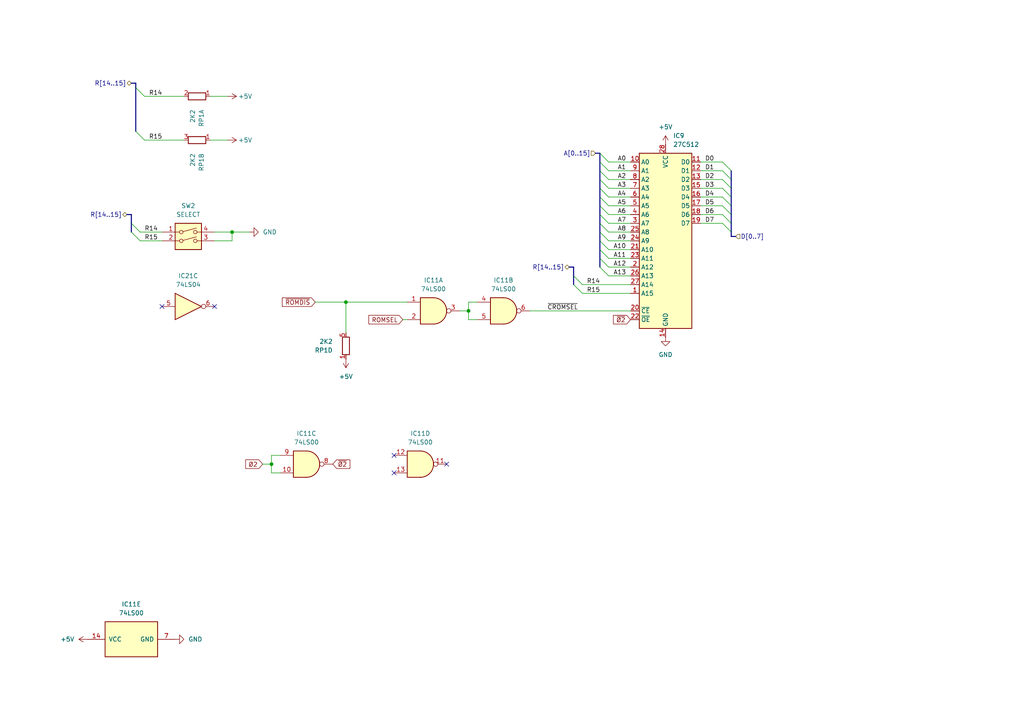
<source format=kicad_sch>
(kicad_sch (version 20231120) (generator "eeschema") (generator_version "8.0")
  (paper "A4")
  (lib_symbols
    (symbol "74xx:74LS00" (pin_names (offset 1.016))
      (property "Reference" "U" (at 0 1.27 0))
      (property "Value" "74LS00" (at 0 -1.27 0))
      (symbol "74LS00_1_1"
        (arc (start 0 -3.81) (mid 3.7934 0) (end 0 3.81) (stroke (width 0.254)) (fill (type background)))
        (polyline (pts (xy 0 3.81) (xy -3.81 3.81) (xy -3.81 -3.81) (xy 0 -3.81)) (stroke (width 0.254)) (fill (type background)))
        (pin input line (at -7.62 2.54 0) (length 3.81) (name "~") (number "1"))
        (pin input line (at -7.62 -2.54 0) (length 3.81) (name "~") (number "2"))
        (pin output inverted (at 7.62 0 180) (length 3.81) (name "~") (number "3"))
      )
      (symbol "74LS00_1_2"
        (arc (start -3.81 -3.81) (mid -2.589 0) (end -3.81 3.81) (stroke (width 0.254)))
        (arc (start -0.6096 -3.81) (mid 2.1842 -2.5851) (end 3.81 0) (stroke (width 0.254)) (fill (type background)))
        (polyline (pts (xy -3.81 -3.81) (xy -0.635 -3.81)) (stroke (width 0.254)) (fill (type background)))
        (polyline (pts (xy -3.81 3.81) (xy -0.635 3.81)) (stroke (width 0.254)) (fill (type background)))
        (polyline (pts (xy -0.635 3.81) (xy -3.81 3.81) (xy -3.81 3.81) (xy -3.556 3.4036) (xy -3.0226 2.2606) (xy -2.6924 1.0414) (xy -2.6162 -0.254) (xy -2.7686 -1.4986) (xy -3.175 -2.7178) (xy -3.81 -3.81) (xy -3.81 -3.81) (xy -0.635 -3.81)) (stroke (width -25.4)) (fill (type background)))
        (arc (start 3.81 0) (mid 2.1915 2.5936) (end -0.6096 3.81) (stroke (width 0.254)) (fill (type background)))
        (pin input inverted (at -7.62 2.54 0) (length 4.318) (name "~") (number "1"))
        (pin input inverted (at -7.62 -2.54 0) (length 4.318) (name "~") (number "2"))
        (pin output line (at 7.62 0 180) (length 3.81) (name "~") (number "3"))
      )
      (symbol "74LS00_2_1"
        (arc (start 0 -3.81) (mid 3.7934 0) (end 0 3.81) (stroke (width 0.254)) (fill (type background)))
        (polyline (pts (xy 0 3.81) (xy -3.81 3.81) (xy -3.81 -3.81) (xy 0 -3.81)) (stroke (width 0.254)) (fill (type background)))
        (pin input line (at -7.62 2.54 0) (length 3.81) (name "~") (number "4"))
        (pin input line (at -7.62 -2.54 0) (length 3.81) (name "~") (number "5"))
        (pin output inverted (at 7.62 0 180) (length 3.81) (name "~") (number "6"))
      )
      (symbol "74LS00_2_2"
        (arc (start -3.81 -3.81) (mid -2.589 0) (end -3.81 3.81) (stroke (width 0.254)))
        (arc (start -0.6096 -3.81) (mid 2.1842 -2.5851) (end 3.81 0) (stroke (width 0.254)) (fill (type background)))
        (polyline (pts (xy -3.81 -3.81) (xy -0.635 -3.81)) (stroke (width 0.254)) (fill (type background)))
        (polyline (pts (xy -3.81 3.81) (xy -0.635 3.81)) (stroke (width 0.254)) (fill (type background)))
        (polyline (pts (xy -0.635 3.81) (xy -3.81 3.81) (xy -3.81 3.81) (xy -3.556 3.4036) (xy -3.0226 2.2606) (xy -2.6924 1.0414) (xy -2.6162 -0.254) (xy -2.7686 -1.4986) (xy -3.175 -2.7178) (xy -3.81 -3.81) (xy -3.81 -3.81) (xy -0.635 -3.81)) (stroke (width -25.4)) (fill (type background)))
        (arc (start 3.81 0) (mid 2.1915 2.5936) (end -0.6096 3.81) (stroke (width 0.254)) (fill (type background)))
        (pin input inverted (at -7.62 2.54 0) (length 4.318) (name "~") (number "4"))
        (pin input inverted (at -7.62 -2.54 0) (length 4.318) (name "~") (number "5"))
        (pin output line (at 7.62 0 180) (length 3.81) (name "~") (number "6"))
      )
      (symbol "74LS00_3_1"
        (arc (start 0 -3.81) (mid 3.7934 0) (end 0 3.81) (stroke (width 0.254)) (fill (type background)))
        (polyline (pts (xy 0 3.81) (xy -3.81 3.81) (xy -3.81 -3.81) (xy 0 -3.81)) (stroke (width 0.254)) (fill (type background)))
        (pin input line (at -7.62 -2.54 0) (length 3.81) (name "~") (number "10"))
        (pin output inverted (at 7.62 0 180) (length 3.81) (name "~") (number "8"))
        (pin input line (at -7.62 2.54 0) (length 3.81) (name "~") (number "9"))
      )
      (symbol "74LS00_3_2"
        (arc (start -3.81 -3.81) (mid -2.589 0) (end -3.81 3.81) (stroke (width 0.254)))
        (arc (start -0.6096 -3.81) (mid 2.1842 -2.5851) (end 3.81 0) (stroke (width 0.254)) (fill (type background)))
        (polyline (pts (xy -3.81 -3.81) (xy -0.635 -3.81)) (stroke (width 0.254)) (fill (type background)))
        (polyline (pts (xy -3.81 3.81) (xy -0.635 3.81)) (stroke (width 0.254)) (fill (type background)))
        (polyline (pts (xy -0.635 3.81) (xy -3.81 3.81) (xy -3.81 3.81) (xy -3.556 3.4036) (xy -3.0226 2.2606) (xy -2.6924 1.0414) (xy -2.6162 -0.254) (xy -2.7686 -1.4986) (xy -3.175 -2.7178) (xy -3.81 -3.81) (xy -3.81 -3.81) (xy -0.635 -3.81)) (stroke (width -25.4)) (fill (type background)))
        (arc (start 3.81 0) (mid 2.1915 2.5936) (end -0.6096 3.81) (stroke (width 0.254)) (fill (type background)))
        (pin input inverted (at -7.62 -2.54 0) (length 4.318) (name "~") (number "10"))
        (pin output line (at 7.62 0 180) (length 3.81) (name "~") (number "8"))
        (pin input inverted (at -7.62 2.54 0) (length 4.318) (name "~") (number "9"))
      )
      (symbol "74LS00_4_1"
        (arc (start 0 -3.81) (mid 3.7934 0) (end 0 3.81) (stroke (width 0.254)) (fill (type background)))
        (polyline (pts (xy 0 3.81) (xy -3.81 3.81) (xy -3.81 -3.81) (xy 0 -3.81)) (stroke (width 0.254)) (fill (type background)))
        (pin output inverted (at 7.62 0 180) (length 3.81) (name "~") (number "11"))
        (pin input line (at -7.62 2.54 0) (length 3.81) (name "~") (number "12"))
        (pin input line (at -7.62 -2.54 0) (length 3.81) (name "~") (number "13"))
      )
      (symbol "74LS00_4_2"
        (arc (start -3.81 -3.81) (mid -2.589 0) (end -3.81 3.81) (stroke (width 0.254)))
        (arc (start -0.6096 -3.81) (mid 2.1842 -2.5851) (end 3.81 0) (stroke (width 0.254)) (fill (type background)))
        (polyline (pts (xy -3.81 -3.81) (xy -0.635 -3.81)) (stroke (width 0.254)) (fill (type background)))
        (polyline (pts (xy -3.81 3.81) (xy -0.635 3.81)) (stroke (width 0.254)) (fill (type background)))
        (polyline (pts (xy -0.635 3.81) (xy -3.81 3.81) (xy -3.81 3.81) (xy -3.556 3.4036) (xy -3.0226 2.2606) (xy -2.6924 1.0414) (xy -2.6162 -0.254) (xy -2.7686 -1.4986) (xy -3.175 -2.7178) (xy -3.81 -3.81) (xy -3.81 -3.81) (xy -0.635 -3.81)) (stroke (width -25.4)) (fill (type background)))
        (arc (start 3.81 0) (mid 2.1915 2.5936) (end -0.6096 3.81) (stroke (width 0.254)) (fill (type background)))
        (pin output line (at 7.62 0 180) (length 3.81) (name "~") (number "11"))
        (pin input inverted (at -7.62 2.54 0) (length 4.318) (name "~") (number "12"))
        (pin input inverted (at -7.62 -2.54 0) (length 4.318) (name "~") (number "13"))
      )
      (symbol "74LS00_5_0"
        (pin power_in line (at 0 12.7 270) (length 5.08) (name "VCC") (number "14"))
        (pin power_in line (at 0 -12.7 90) (length 5.08) (name "GND") (number "7"))
      )
      (symbol "74LS00_5_1"
        (rectangle (start -5.08 7.62) (end 5.08 -7.62) (stroke (width 0.254)) (fill (type background)))
      )
    )
    (symbol "74xx:74LS04"
      (property "Reference" "U" (at 0 1.27 0))
      (property "Value" "74LS04" (at 0 -1.27 0))
      (symbol "74LS04_1_0"
        (polyline (pts (xy -3.81 3.81) (xy -3.81 -3.81) (xy 3.81 0) (xy -3.81 3.81)) (stroke (width 0.254)) (fill (type background)))
        (pin input line (at -7.62 0 0) (length 3.81) (name "~") (number "1"))
        (pin output inverted (at 7.62 0 180) (length 3.81) (name "~") (number "2"))
      )
      (symbol "74LS04_2_0"
        (polyline (pts (xy -3.81 3.81) (xy -3.81 -3.81) (xy 3.81 0) (xy -3.81 3.81)) (stroke (width 0.254)) (fill (type background)))
        (pin input line (at -7.62 0 0) (length 3.81) (name "~") (number "3"))
        (pin output inverted (at 7.62 0 180) (length 3.81) (name "~") (number "4"))
      )
      (symbol "74LS04_3_0"
        (polyline (pts (xy -3.81 3.81) (xy -3.81 -3.81) (xy 3.81 0) (xy -3.81 3.81)) (stroke (width 0.254)) (fill (type background)))
        (pin input line (at -7.62 0 0) (length 3.81) (name "~") (number "5"))
        (pin output inverted (at 7.62 0 180) (length 3.81) (name "~") (number "6"))
      )
      (symbol "74LS04_4_0"
        (polyline (pts (xy -3.81 3.81) (xy -3.81 -3.81) (xy 3.81 0) (xy -3.81 3.81)) (stroke (width 0.254)) (fill (type background)))
        (pin output inverted (at 7.62 0 180) (length 3.81) (name "~") (number "8"))
        (pin input line (at -7.62 0 0) (length 3.81) (name "~") (number "9"))
      )
      (symbol "74LS04_5_0"
        (polyline (pts (xy -3.81 3.81) (xy -3.81 -3.81) (xy 3.81 0) (xy -3.81 3.81)) (stroke (width 0.254)) (fill (type background)))
        (pin output inverted (at 7.62 0 180) (length 3.81) (name "~") (number "10"))
        (pin input line (at -7.62 0 0) (length 3.81) (name "~") (number "11"))
      )
      (symbol "74LS04_6_0"
        (polyline (pts (xy -3.81 3.81) (xy -3.81 -3.81) (xy 3.81 0) (xy -3.81 3.81)) (stroke (width 0.254)) (fill (type background)))
        (pin output inverted (at 7.62 0 180) (length 3.81) (name "~") (number "12"))
        (pin input line (at -7.62 0 0) (length 3.81) (name "~") (number "13"))
      )
      (symbol "74LS04_7_0"
        (pin power_in line (at 0 12.7 270) (length 5.08) (name "VCC") (number "14"))
        (pin power_in line (at 0 -12.7 90) (length 5.08) (name "GND") (number "7"))
      )
      (symbol "74LS04_7_1"
        (rectangle (start -5.08 7.62) (end 5.08 -7.62) (stroke (width 0.254)) (fill (type background)))
      )
    )
    (symbol "Device:R_Network07_Split" (pin_names (offset 0) hide)
      (property "Reference" "RN" (at 2.032 0 90))
      (property "Value" "R_Network07_Split" (at 0 0 90))
      (symbol "R_Network07_Split_0_1"
        (rectangle (start 1.016 2.54) (end -1.016 -2.54) (stroke (width 0.254)))
        (pin passive line (at 0 3.81 270) (length 1.27) (name "R1") (number "1"))
      )
      (symbol "R_Network07_Split_1_1"
        (pin passive line (at 0 -3.81 90) (length 1.27) (name "R1.2") (number "2"))
      )
      (symbol "R_Network07_Split_2_1"
        (pin passive line (at 0 -3.81 90) (length 1.27) (name "R2.2") (number "3"))
      )
      (symbol "R_Network07_Split_3_1"
        (pin passive line (at 0 -3.81 90) (length 1.27) (name "R3.2") (number "4"))
      )
      (symbol "R_Network07_Split_4_1"
        (pin passive line (at 0 -3.81 90) (length 1.27) (name "R4.2") (number "5"))
      )
      (symbol "R_Network07_Split_5_1"
        (pin passive line (at 0 -3.81 90) (length 1.27) (name "R5.2") (number "6"))
      )
      (symbol "R_Network07_Split_6_1"
        (pin passive line (at 0 -3.81 90) (length 1.27) (name "R6.2") (number "7"))
      )
      (symbol "R_Network07_Split_7_1"
        (pin passive line (at 0 -3.81 90) (length 1.27) (name "R7.2") (number "8"))
      )
    )
    (symbol "Memory_EPROM:27C512"
      (property "Reference" "U" (at -7.62 26.67 0))
      (property "Value" "27C512" (at 2.54 -26.67 0))
      (symbol "27C512_1_1"
        (rectangle (start -7.62 25.4) (end 7.62 -25.4) (stroke (width 0.254)) (fill (type background)))
        (pin input line (at -10.16 -15.24 0) (length 2.54) (name "A15") (number "1"))
        (pin input line (at -10.16 22.86 0) (length 2.54) (name "A0") (number "10"))
        (pin tri_state line (at 10.16 22.86 180) (length 2.54) (name "D0") (number "11"))
        (pin tri_state line (at 10.16 20.32 180) (length 2.54) (name "D1") (number "12"))
        (pin tri_state line (at 10.16 17.78 180) (length 2.54) (name "D2") (number "13"))
        (pin power_in line (at 0 -27.94 90) (length 2.54) (name "GND") (number "14"))
        (pin tri_state line (at 10.16 15.24 180) (length 2.54) (name "D3") (number "15"))
        (pin tri_state line (at 10.16 12.7 180) (length 2.54) (name "D4") (number "16"))
        (pin tri_state line (at 10.16 10.16 180) (length 2.54) (name "D5") (number "17"))
        (pin tri_state line (at 10.16 7.62 180) (length 2.54) (name "D6") (number "18"))
        (pin tri_state line (at 10.16 5.08 180) (length 2.54) (name "D7") (number "19"))
        (pin input line (at -10.16 -7.62 0) (length 2.54) (name "A12") (number "2"))
        (pin input line (at -10.16 -20.32 0) (length 2.54) (name "~{CE}") (number "20"))
        (pin input line (at -10.16 -2.54 0) (length 2.54) (name "A10") (number "21"))
        (pin input line (at -10.16 -22.86 0) (length 2.54) (name "~{OE}") (number "22"))
        (pin input line (at -10.16 -5.08 0) (length 2.54) (name "A11") (number "23"))
        (pin input line (at -10.16 0 0) (length 2.54) (name "A9") (number "24"))
        (pin input line (at -10.16 2.54 0) (length 2.54) (name "A8") (number "25"))
        (pin input line (at -10.16 -10.16 0) (length 2.54) (name "A13") (number "26"))
        (pin input line (at -10.16 -12.7 0) (length 2.54) (name "A14") (number "27"))
        (pin power_in line (at 0 27.94 270) (length 2.54) (name "VCC") (number "28"))
        (pin input line (at -10.16 5.08 0) (length 2.54) (name "A7") (number "3"))
        (pin input line (at -10.16 7.62 0) (length 2.54) (name "A6") (number "4"))
        (pin input line (at -10.16 10.16 0) (length 2.54) (name "A5") (number "5"))
        (pin input line (at -10.16 12.7 0) (length 2.54) (name "A4") (number "6"))
        (pin input line (at -10.16 15.24 0) (length 2.54) (name "A3") (number "7"))
        (pin input line (at -10.16 17.78 0) (length 2.54) (name "A2") (number "8"))
        (pin input line (at -10.16 20.32 0) (length 2.54) (name "A1") (number "9"))
      )
    )
    (symbol "Switch:SW_DIP_x02" (pin_names (offset 0) hide)
      (property "Reference" "SW" (at 0 6.35 0))
      (property "Value" "SW_DIP_x02" (at 0 -3.81 0))
      (symbol "SW_DIP_x02_0_0"
        (circle (center -2.032 0) (radius 0.508))
        (circle (center -2.032 2.54) (radius 0.508))
        (polyline (pts (xy -1.524 0.127) (xy 2.3622 1.1684)))
        (polyline (pts (xy -1.524 2.667) (xy 2.3622 3.7084)))
        (circle (center 2.032 0) (radius 0.508))
        (circle (center 2.032 2.54) (radius 0.508))
      )
      (symbol "SW_DIP_x02_0_1"
        (rectangle (start -3.81 5.08) (end 3.81 -2.54) (stroke (width 0.254)) (fill (type background)))
      )
      (symbol "SW_DIP_x02_1_1"
        (pin passive line (at -7.62 2.54 0) (length 5.08) (name "~") (number "1"))
        (pin passive line (at -7.62 0 0) (length 5.08) (name "~") (number "2"))
        (pin passive line (at 7.62 0 180) (length 5.08) (name "~") (number "3"))
        (pin passive line (at 7.62 2.54 180) (length 5.08) (name "~") (number "4"))
      )
    )
    (symbol "power:+5V" (power) (pin_numbers hide) (pin_names (offset 0) hide)
      (property "Value" "+5V" (at 0 3.556 0))
      (symbol "+5V_0_1"
        (polyline (pts (xy -0.762 1.27) (xy 0 2.54)))
        (polyline (pts (xy 0 0) (xy 0 2.54)))
        (polyline (pts (xy 0 2.54) (xy 0.762 1.27)))
      )
      (symbol "+5V_1_1"
        (pin power_in line (at 0 0 90) (length 0) (name "~") (number "1"))
      )
    )
    (symbol "power:GND" (power) (pin_numbers hide) (pin_names (offset 0) hide)
      (property "Value" "GND" (at 0 -3.81 0))
      (symbol "GND_0_1"
        (polyline (pts (xy 0 0) (xy 0 -1.27) (xy 1.27 -1.27) (xy 0 -2.54) (xy -1.27 -1.27) (xy 0 -1.27)))
      )
      (symbol "GND_1_1"
        (pin power_in line (at 0 0 270) (length 0) (name "~") (number "1"))
      )
    )
  )
  (junction (at 100.33 87.63))
  (junction (at 135.89 90.17))
  (junction (at 67.31 67.31))
  (junction (at 78.74 134.62))
  (no_connect (at 46.99 88.9))
  (no_connect (at 114.3 137.16))
  (no_connect (at 114.3 132.08))
  (no_connect (at 62.23 88.9))
  (no_connect (at 129.54 134.62))
  (bus_entry (at 176.53 52.07) (size -2.54 -2.54))
  (bus_entry (at 38.1 64.77) (size 2.54 2.54))
  (bus_entry (at 176.53 80.01) (size -2.54 -2.54))
  (bus_entry (at 176.53 46.99) (size -2.54 -2.54))
  (bus_entry (at 176.53 74.93) (size -2.54 -2.54))
  (bus_entry (at 166.37 82.55) (size 2.54 2.54))
  (bus_entry (at 209.55 52.07) (size 2.54 2.54))
  (bus_entry (at 176.53 64.77) (size -2.54 -2.54))
  (bus_entry (at 176.53 49.53) (size -2.54 -2.54))
  (bus_entry (at 39.37 25.4) (size 2.54 2.54))
  (bus_entry (at 209.55 46.99) (size 2.54 2.54))
  (bus_entry (at 176.53 72.39) (size -2.54 -2.54))
  (bus_entry (at 176.53 57.15) (size -2.54 -2.54))
  (bus_entry (at 176.53 67.31) (size -2.54 -2.54))
  (bus_entry (at 39.37 38.1) (size 2.54 2.54))
  (bus_entry (at 166.37 80.01) (size 2.54 2.54))
  (bus_entry (at 176.53 77.47) (size -2.54 -2.54))
  (bus_entry (at 209.55 49.53) (size 2.54 2.54))
  (bus_entry (at 209.55 64.77) (size 2.54 2.54))
  (bus_entry (at 176.53 59.69) (size -2.54 -2.54))
  (bus_entry (at 209.55 62.23) (size 2.54 2.54))
  (bus_entry (at 176.53 69.85) (size -2.54 -2.54))
  (bus_entry (at 209.55 59.69) (size 2.54 2.54))
  (bus_entry (at 176.53 62.23) (size -2.54 -2.54))
  (bus_entry (at 209.55 57.15) (size 2.54 2.54))
  (bus_entry (at 209.55 54.61) (size 2.54 2.54))
  (bus_entry (at 176.53 54.61) (size -2.54 -2.54))
  (bus_entry (at 38.1 67.31) (size 2.54 2.54))
  (wire (pts (xy 182.88 52.07) (xy 176.53 52.07)))
  (bus (pts (xy 39.37 25.4) (xy 39.37 38.1)))
  (bus (pts (xy 212.09 57.15) (xy 212.09 54.61)))
  (wire (pts (xy 133.35 90.17) (xy 135.89 90.17)))
  (wire (pts (xy 203.2 59.69) (xy 209.55 59.69)))
  (wire (pts (xy 135.89 87.63) (xy 138.43 87.63)))
  (wire (pts (xy 182.88 77.47) (xy 176.53 77.47)))
  (bus (pts (xy 173.99 52.07) (xy 173.99 54.61)))
  (wire (pts (xy 138.43 92.71) (xy 135.89 92.71)))
  (bus (pts (xy 212.09 67.31) (xy 212.09 64.77)))
  (wire (pts (xy 62.23 69.85) (xy 67.31 69.85)))
  (bus (pts (xy 173.99 67.31) (xy 173.99 69.85)))
  (wire (pts (xy 182.88 74.93) (xy 176.53 74.93)))
  (wire (pts (xy 135.89 92.71) (xy 135.89 90.17)))
  (bus (pts (xy 212.09 62.23) (xy 212.09 59.69)))
  (wire (pts (xy 203.2 57.15) (xy 209.55 57.15)))
  (wire (pts (xy 67.31 69.85) (xy 67.31 67.31)))
  (wire (pts (xy 203.2 46.99) (xy 209.55 46.99)))
  (bus (pts (xy 38.1 24.13) (xy 39.37 24.13)))
  (wire (pts (xy 182.88 46.99) (xy 176.53 46.99)))
  (wire (pts (xy 78.74 134.62) (xy 78.74 132.08)))
  (wire (pts (xy 100.33 87.63) (xy 100.33 96.52)))
  (bus (pts (xy 38.1 62.23) (xy 38.1 64.77)))
  (wire (pts (xy 40.64 67.31) (xy 46.99 67.31)))
  (wire (pts (xy 168.91 85.09) (xy 182.88 85.09)))
  (wire (pts (xy 78.74 132.08) (xy 81.28 132.08)))
  (wire (pts (xy 78.74 137.16) (xy 78.74 134.62)))
  (wire (pts (xy 116.84 92.71) (xy 118.11 92.71)))
  (wire (pts (xy 40.64 69.85) (xy 46.99 69.85)))
  (bus (pts (xy 173.99 74.93) (xy 173.99 77.47)))
  (bus (pts (xy 173.99 69.85) (xy 173.99 72.39)))
  (bus (pts (xy 213.36 68.58) (xy 212.09 68.58)))
  (bus (pts (xy 173.99 72.39) (xy 173.99 74.93)))
  (wire (pts (xy 153.67 90.17) (xy 182.88 90.17)))
  (wire (pts (xy 182.88 69.85) (xy 176.53 69.85)))
  (wire (pts (xy 182.88 57.15) (xy 176.53 57.15)))
  (wire (pts (xy 203.2 54.61) (xy 209.55 54.61)))
  (bus (pts (xy 173.99 57.15) (xy 173.99 59.69)))
  (bus (pts (xy 173.99 59.69) (xy 173.99 62.23)))
  (bus (pts (xy 212.09 59.69) (xy 212.09 57.15)))
  (wire (pts (xy 203.2 64.77) (xy 209.55 64.77)))
  (bus (pts (xy 212.09 64.77) (xy 212.09 62.23)))
  (wire (pts (xy 182.88 67.31) (xy 176.53 67.31)))
  (bus (pts (xy 172.72 44.45) (xy 173.99 44.45)))
  (bus (pts (xy 212.09 68.58) (xy 212.09 67.31)))
  (bus (pts (xy 173.99 62.23) (xy 173.99 64.77)))
  (wire (pts (xy 41.91 40.64) (xy 53.34 40.64)))
  (bus (pts (xy 166.37 80.01) (xy 166.37 82.55)))
  (bus (pts (xy 39.37 24.13) (xy 39.37 25.4)))
  (bus (pts (xy 36.83 62.23) (xy 38.1 62.23)))
  (wire (pts (xy 41.91 27.94) (xy 53.34 27.94)))
  (wire (pts (xy 62.23 67.31) (xy 67.31 67.31)))
  (wire (pts (xy 81.28 137.16) (xy 78.74 137.16)))
  (bus (pts (xy 173.99 54.61) (xy 173.99 57.15)))
  (wire (pts (xy 182.88 80.01) (xy 176.53 80.01)))
  (bus (pts (xy 212.09 54.61) (xy 212.09 52.07)))
  (wire (pts (xy 118.11 87.63) (xy 100.33 87.63)))
  (wire (pts (xy 168.91 82.55) (xy 182.88 82.55)))
  (bus (pts (xy 173.99 44.45) (xy 173.99 46.99)))
  (wire (pts (xy 135.89 90.17) (xy 135.89 87.63)))
  (bus (pts (xy 212.09 52.07) (xy 212.09 49.53)))
  (wire (pts (xy 182.88 64.77) (xy 176.53 64.77)))
  (bus (pts (xy 173.99 49.53) (xy 173.99 52.07)))
  (bus (pts (xy 165.1 77.47) (xy 166.37 77.47)))
  (bus (pts (xy 173.99 46.99) (xy 173.99 49.53)))
  (bus (pts (xy 166.37 77.47) (xy 166.37 80.01)))
  (wire (pts (xy 66.04 27.94) (xy 60.96 27.94)))
  (wire (pts (xy 182.88 62.23) (xy 176.53 62.23)))
  (wire (pts (xy 203.2 62.23) (xy 209.55 62.23)))
  (wire (pts (xy 182.88 49.53) (xy 176.53 49.53)))
  (wire (pts (xy 66.04 40.64) (xy 60.96 40.64)))
  (wire (pts (xy 100.33 87.63) (xy 91.44 87.63)))
  (bus (pts (xy 38.1 64.77) (xy 38.1 67.31)))
  (wire (pts (xy 182.88 54.61) (xy 176.53 54.61)))
  (wire (pts (xy 182.88 59.69) (xy 176.53 59.69)))
  (wire (pts (xy 182.88 72.39) (xy 176.53 72.39)))
  (wire (pts (xy 203.2 52.07) (xy 209.55 52.07)))
  (wire (pts (xy 67.31 67.31) (xy 72.39 67.31)))
  (wire (pts (xy 203.2 49.53) (xy 209.55 49.53)))
  (bus (pts (xy 173.99 64.77) (xy 173.99 67.31)))
  (wire (pts (xy 76.2 134.62) (xy 78.74 134.62)))
  (label "A4" (at 181.61 57.15 180))
  (label "D4" (at 204.47 57.15 0))
  (label "A7" (at 181.61 64.77 180))
  (label "R15" (at 170.18 85.09 0))
  (label "A5" (at 181.61 59.69 180))
  (label "A8" (at 181.61 67.31 180))
  (label "A1" (at 181.61 49.53 180))
  (label "A13" (at 181.61 80.01 180))
  (label "R15" (at 41.91 69.85 0))
  (label "D5" (at 204.47 59.69 0))
  (label "D0" (at 204.47 46.99 0))
  (label "A12" (at 181.61 77.47 180))
  (label "R15" (at 43.18 40.64 0))
  (label "A3" (at 181.61 54.61 180))
  (label "D1" (at 204.47 49.53 0))
  (label "A0" (at 181.61 46.99 180))
  (label "R14" (at 170.18 82.55 0))
  (label "D6" (at 204.47 62.23 0))
  (label "D7" (at 204.47 64.77 0))
  (label "A11" (at 181.61 74.93 180))
  (label "R14" (at 43.18 27.94 0))
  (label "A9" (at 181.61 69.85 180))
  (label "D2" (at 204.47 52.07 0))
  (label "A2" (at 181.61 52.07 180))
  (label "~{CROMSEL}" (at 158.75 90.17 0))
  (label "A10" (at 181.61 72.39 180))
  (label "A6" (at 181.61 62.23 180))
  (label "R14" (at 41.91 67.31 0))
  (label "D3" (at 204.47 54.61 0))
  (global_label "~{Ø2}" (shape input) (at 96.52 134.62 0) (property "Intersheetrefs" "${INTERSHEET_REFS}" (effects (hide yes))))
  (global_label "~{Ø2}" (shape input) (at 182.88 92.71 180) (property "Intersheetrefs" "${INTERSHEET_REFS}" (effects (hide yes))))
  (global_label "~{ROMDIS}" (shape input) (at 91.44 87.63 180) (property "Intersheetrefs" "${INTERSHEET_REFS}" (effects (hide yes))))
  (global_label "Ø2" (shape input) (at 76.2 134.62 180) (property "Intersheetrefs" "${INTERSHEET_REFS}" (effects (hide yes))))
  (global_label "ROMSEL" (shape input) (at 116.84 92.71 180) (property "Intersheetrefs" "${INTERSHEET_REFS}" (effects (hide yes))))
  (hierarchical_label "D[0..7]" (shape input) (at 213.36 68.58 0))
  (hierarchical_label "R[14..15]" (shape bidirectional) (at 165.1 77.47 180))
  (hierarchical_label "R[14..15]" (shape bidirectional) (at 38.1 24.13 180))
  (hierarchical_label "R[14..15]" (shape bidirectional) (at 36.83 62.23 180))
  (hierarchical_label "A[0..15]" (shape input) (at 172.72 44.45 180))
  (symbol (lib_id "74xx:74LS00") (at 146.05 90.17 0) (unit 2)
    (property "Reference" "IC11" (at 146.0417 81.28 0))
    (property "Value" "74LS00" (at 146.0417 83.82 0))
    (property "Footprint" "Oric:DIP-14_W7.62mm" (effects (hide yes)))
    (property "Datasheet" "http://www.ti.com/lit/gpn/sn74ls00" (effects (hide yes)))
    (property "Description" "quad 2-input NAND gate" (effects (hide yes)))
  )
  (symbol (lib_id "power:+5V") (at 100.33 104.14 180) (unit 1)
    (property "Reference" "#PWR084" (effects (hide yes)))
    (property "Value" "+5V" (at 100.33 109.22 0))
    (property "Description" "Power symbol creates a global label with name \"+5V\"" (effects (hide yes)))
  )
  (symbol (lib_id "74xx:74LS04") (at 54.61 88.9 0) (unit 3)
    (property "Reference" "IC21" (at 54.61 80.01 0))
    (property "Value" "74LS04" (at 54.61 82.55 0))
    (property "Footprint" "Oric:DIP-14_W7.62mm" (effects (hide yes)))
    (property "Datasheet" "http://www.ti.com/lit/gpn/sn74LS04" (effects (hide yes)))
    (property "Description" "Hex Inverter" (effects (hide yes)))
  )
  (symbol (lib_id "power:GND") (at 193.04 97.79 0) (unit 1)
    (property "Reference" "#PWR086" (effects (hide yes)))
    (property "Value" "GND" (at 193.04 102.87 0))
    (property "Description" "Power symbol creates a global label with name \"GND\" , ground" (effects (hide yes)))
  )
  (symbol (lib_id "power:+5V") (at 66.04 27.94 270) (unit 1)
    (property "Reference" "#PWR05" (effects (hide yes)))
    (property "Value" "+5V" (at 71.12 27.94 90))
    (property "Description" "Power symbol creates a global label with name \"+5V\"" (effects (hide yes)))
  )
  (symbol (lib_id "Device:R_Network07_Split") (at 57.15 40.64 270) (unit 2)
    (property "Reference" "RP1" (at 58.4201 44.45 0) (effects (justify left)))
    (property "Value" "2K2" (at 55.8801 44.45 0) (effects (justify left)))
    (property "Footprint" "Oric:R_Array_SIP8_Bussed" (effects (hide yes)))
    (property "Datasheet" "http://www.vishay.com/docs/31509/csc.pdf" (effects (hide yes)))
    (property "Description" "7 resistor network, star topology, bussed resistors, split" (effects (hide yes)))
  )
  (symbol (lib_id "power:+5V") (at 25.4 185.42 90) (unit 1)
    (property "Reference" "#PWR085" (effects (hide yes)))
    (property "Value" "+5V" (at 21.59 185.4199 90) (effects (justify left)))
    (property "Description" "Power symbol creates a global label with name \"+5V\"" (effects (hide yes)))
  )
  (symbol (lib_id "Switch:SW_DIP_x02") (at 54.61 69.85 0) (unit 1)
    (property "Reference" "SW2" (at 54.61 59.69 0))
    (property "Value" "SELECT" (at 54.61 62.23 0))
    (property "Footprint" "Oric:ROM_Switch" (effects (hide yes)))
    (property "Description" "2x DIP Switch, Single Pole Single Throw (SPST) switch, small symbol" (effects (hide yes)))
  )
  (symbol (lib_id "74xx:74LS00") (at 121.92 134.62 0) (unit 4)
    (property "Reference" "IC11" (at 121.9117 125.73 0))
    (property "Value" "74LS00" (at 121.9117 128.27 0))
    (property "Footprint" "Oric:DIP-14_W7.62mm" (effects (hide yes)))
    (property "Datasheet" "http://www.ti.com/lit/gpn/sn74ls00" (effects (hide yes)))
    (property "Description" "quad 2-input NAND gate" (effects (hide yes)))
  )
  (symbol (lib_id "power:GND") (at 50.8 185.42 90) (unit 1)
    (property "Reference" "#PWR088" (effects (hide yes)))
    (property "Value" "GND" (at 54.61 185.4199 90) (effects (justify right)))
    (property "Description" "Power symbol creates a global label with name \"GND\" , ground" (effects (hide yes)))
  )
  (symbol (lib_id "74xx:74LS00") (at 38.1 185.42 90) (unit 5)
    (property "Reference" "IC11" (at 38.1 175.26 90))
    (property "Value" "74LS00" (at 38.1 177.8 90))
    (property "Footprint" "Oric:DIP-14_W7.62mm" (effects (hide yes)))
    (property "Datasheet" "http://www.ti.com/lit/gpn/sn74ls00" (effects (hide yes)))
    (property "Description" "quad 2-input NAND gate" (effects (hide yes)))
  )
  (symbol (lib_id "power:GND") (at 72.39 67.31 90) (unit 1)
    (property "Reference" "#PWR055" (effects (hide yes)))
    (property "Value" "GND" (at 76.2 67.3099 90) (effects (justify right)))
    (property "Description" "Power symbol creates a global label with name \"GND\" , ground" (effects (hide yes)))
  )
  (symbol (lib_id "Device:R_Network07_Split") (at 100.33 100.33 180) (unit 4)
    (property "Reference" "RP1" (at 96.52 101.6001 0) (effects (justify left)))
    (property "Value" "2K2" (at 96.52 99.0601 0) (effects (justify left)))
    (property "Footprint" "Oric:R_Array_SIP8_Bussed" (effects (hide yes)))
    (property "Datasheet" "http://www.vishay.com/docs/31509/csc.pdf" (effects (hide yes)))
    (property "Description" "7 resistor network, star topology, bussed resistors, split" (effects (hide yes)))
  )
  (symbol (lib_id "74xx:74LS00") (at 125.73 90.17 0) (unit 1)
    (property "Reference" "IC11" (at 125.7217 81.28 0))
    (property "Value" "74LS00" (at 125.7217 83.82 0))
    (property "Footprint" "Oric:DIP-14_W7.62mm" (effects (hide yes)))
    (property "Datasheet" "http://www.ti.com/lit/gpn/sn74ls00" (effects (hide yes)))
    (property "Description" "quad 2-input NAND gate" (effects (hide yes)))
  )
  (symbol (lib_id "Device:R_Network07_Split") (at 57.15 27.94 270) (unit 1)
    (property "Reference" "RP1" (at 58.4201 31.75 0) (effects (justify left)))
    (property "Value" "2K2" (at 55.8801 31.75 0) (effects (justify left)))
    (property "Footprint" "Oric:R_Array_SIP8_Bussed" (effects (hide yes)))
    (property "Datasheet" "http://www.vishay.com/docs/31509/csc.pdf" (effects (hide yes)))
    (property "Description" "7 resistor network, star topology, bussed resistors, split" (effects (hide yes)))
  )
  (symbol (lib_id "power:+5V") (at 193.04 41.91 0) (unit 1)
    (property "Reference" "#PWR087" (effects (hide yes)))
    (property "Value" "+5V" (at 193.04 36.83 0))
    (property "Description" "Power symbol creates a global label with name \"+5V\"" (effects (hide yes)))
  )
  (symbol (lib_id "Memory_EPROM:27C512") (at 193.04 69.85 0) (unit 1)
    (property "Reference" "IC9" (at 195.2341 39.37 0) (effects (justify left)))
    (property "Value" "27C512" (at 195.2341 41.91 0) (effects (justify left)))
    (property "Footprint" "Oric:DIP-28_W15.24mm" (effects (hide yes)))
    (property "Datasheet" "http://ww1.microchip.com/downloads/en/DeviceDoc/doc0015.pdf" (effects (hide yes)))
    (property "Description" "OTP EPROM 512 KiBit" (effects (hide yes)))
  )
  (symbol (lib_id "power:+5V") (at 66.04 40.64 270) (unit 1)
    (property "Reference" "#PWR06" (effects (hide yes)))
    (property "Value" "+5V" (at 71.12 40.64 90))
    (property "Description" "Power symbol creates a global label with name \"+5V\"" (effects (hide yes)))
  )
  (symbol (lib_id "74xx:74LS00") (at 88.9 134.62 0) (unit 3)
    (property "Reference" "IC11" (at 88.8917 125.73 0))
    (property "Value" "74LS00" (at 88.8917 128.27 0))
    (property "Footprint" "Oric:DIP-14_W7.62mm" (effects (hide yes)))
    (property "Datasheet" "http://www.ti.com/lit/gpn/sn74ls00" (effects (hide yes)))
    (property "Description" "quad 2-input NAND gate" (effects (hide yes)))
  )
)
</source>
